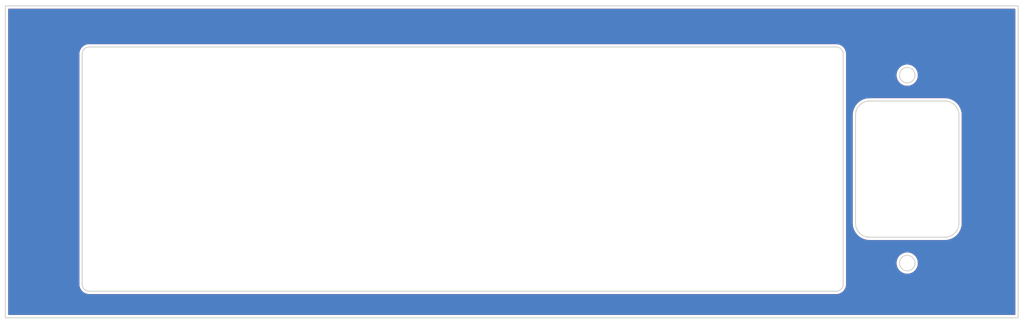
<source format=kicad_pcb>
(kicad_pcb (version 20171130) (host pcbnew 5.1.6)

  (general
    (thickness 1.6)
    (drawings 22)
    (tracks 0)
    (zones 0)
    (modules 0)
    (nets 1)
  )

  (page A4)
  (layers
    (0 F.Cu signal)
    (31 B.Cu signal)
    (32 B.Adhes user)
    (33 F.Adhes user)
    (34 B.Paste user)
    (35 F.Paste user)
    (36 B.SilkS user)
    (37 F.SilkS user)
    (38 B.Mask user)
    (39 F.Mask user)
    (40 Dwgs.User user)
    (41 Cmts.User user)
    (42 Eco1.User user)
    (43 Eco2.User user)
    (44 Edge.Cuts user)
    (45 Margin user)
    (46 B.CrtYd user)
    (47 F.CrtYd user)
    (48 B.Fab user)
    (49 F.Fab user)
  )

  (setup
    (last_trace_width 0.25)
    (trace_clearance 0.2)
    (zone_clearance 0.508)
    (zone_45_only no)
    (trace_min 0.2)
    (via_size 0.8)
    (via_drill 0.4)
    (via_min_size 0.4)
    (via_min_drill 0.3)
    (uvia_size 0.3)
    (uvia_drill 0.1)
    (uvias_allowed no)
    (uvia_min_size 0.2)
    (uvia_min_drill 0.1)
    (edge_width 0.05)
    (segment_width 0.2)
    (pcb_text_width 0.3)
    (pcb_text_size 1.5 1.5)
    (mod_edge_width 0.12)
    (mod_text_size 1 1)
    (mod_text_width 0.15)
    (pad_size 1.524 1.524)
    (pad_drill 0.762)
    (pad_to_mask_clearance 0.05)
    (aux_axis_origin 0 0)
    (visible_elements 7FFFFFFF)
    (pcbplotparams
      (layerselection 0x010f0_ffffffff)
      (usegerberextensions false)
      (usegerberattributes true)
      (usegerberadvancedattributes true)
      (creategerberjobfile true)
      (excludeedgelayer true)
      (linewidth 0.200000)
      (plotframeref false)
      (viasonmask false)
      (mode 1)
      (useauxorigin false)
      (hpglpennumber 1)
      (hpglpenspeed 20)
      (hpglpendiameter 15.000000)
      (psnegative false)
      (psa4output false)
      (plotreference true)
      (plotvalue true)
      (plotinvisibletext false)
      (padsonsilk false)
      (subtractmaskfromsilk false)
      (outputformat 1)
      (mirror false)
      (drillshape 0)
      (scaleselection 1)
      (outputdirectory "output/backplate/"))
  )

  (net 0 "")

  (net_class Default "Dies ist die voreingestellte Netzklasse."
    (clearance 0.2)
    (trace_width 0.25)
    (via_dia 0.8)
    (via_drill 0.4)
    (uvia_dia 0.3)
    (uvia_drill 0.1)
  )

  (gr_line (start 253.74 68.249999) (end 253.74 134.649999) (layer Edge.Cuts) (width 0.2))
  (gr_arc (start 222.12 91.5) (end 222.12 88.5) (angle -90) (layer Edge.Cuts) (width 0.2))
  (gr_line (start 222.12 117.5) (end 238.12 117.5) (layer Edge.Cuts) (width 0.2))
  (gr_arc (start 222.12 114.5) (end 219.12 114.5) (angle -90) (layer Edge.Cuts) (width 0.2))
  (gr_circle (center 230.12 83) (end 231.77 83) (layer Edge.Cuts) (width 0.2))
  (gr_line (start 241.12 114.5) (end 241.12 91.5) (layer Edge.Cuts) (width 0.2))
  (gr_arc (start 238.12 91.5) (end 241.12 91.5) (angle -90) (layer Edge.Cuts) (width 0.2))
  (gr_arc (start 238.12 114.5) (end 238.12 117.5) (angle -90) (layer Edge.Cuts) (width 0.2))
  (gr_line (start 238.12 88.5) (end 222.12 88.5) (layer Edge.Cuts) (width 0.2))
  (gr_circle (center 230.12 123) (end 231.77 123) (layer Edge.Cuts) (width 0.2))
  (gr_line (start 38.14 134.649999) (end 38.14 68.249999) (layer Edge.Cuts) (width 0.2))
  (gr_line (start 219.12 91.5) (end 219.12 114.5) (layer Edge.Cuts) (width 0.2))
  (gr_line (start 38.14 68.249999) (end 253.74 68.249999) (layer Edge.Cuts) (width 0.2))
  (gr_line (start 253.74 134.649999) (end 38.14 134.649999) (layer Edge.Cuts) (width 0.2))
  (gr_arc (start 215 78.5) (end 216.5 78.5) (angle -90) (layer Edge.Cuts) (width 0.2))
  (gr_line (start 216.5 127.5) (end 216.5 78.5) (layer Edge.Cuts) (width 0.2))
  (gr_arc (start 215 127.499999) (end 215 129) (angle -90) (layer Edge.Cuts) (width 0.2))
  (gr_line (start 56 129) (end 215 129) (layer Edge.Cuts) (width 0.2))
  (gr_arc (start 56 127.499999) (end 54.5 127.5) (angle -90) (layer Edge.Cuts) (width 0.2))
  (gr_line (start 54.5 78.5) (end 54.5 127.5) (layer Edge.Cuts) (width 0.2))
  (gr_arc (start 56 78.499999) (end 56 77) (angle -90) (layer Edge.Cuts) (width 0.2))
  (gr_line (start 215 77) (end 56 77) (layer Edge.Cuts) (width 0.2))

  (zone (net 0) (net_name "") (layer F.Cu) (tstamp 5F2154FD) (hatch edge 0.508)
    (connect_pads (clearance 0.508))
    (min_thickness 0.254)
    (fill yes (arc_segments 32) (thermal_gap 0.508) (thermal_bridge_width 0.508))
    (polygon
      (pts
        (xy 255 136) (xy 37 136) (xy 37 67) (xy 255 67)
      )
    )
    (filled_polygon
      (pts
        (xy 253.005001 133.914999) (xy 38.875 133.914999) (xy 38.875 78.463896) (xy 53.765 78.463896) (xy 53.765001 127.536105)
        (xy 53.768127 127.56784) (xy 53.768062 127.577086) (xy 53.769063 127.587299) (xy 53.799663 127.878444) (xy 53.813067 127.943744)
        (xy 53.825542 128.00914) (xy 53.828508 128.018965) (xy 53.915077 128.29862) (xy 53.94089 128.360027) (xy 53.965846 128.421795)
        (xy 53.970664 128.430856) (xy 54.109902 128.688372) (xy 54.147187 128.74365) (xy 54.183631 128.799342) (xy 54.190116 128.807295)
        (xy 54.376722 129.032862) (xy 54.424014 129.079825) (xy 54.470603 129.1274) (xy 54.478504 129.133937) (xy 54.478507 129.13394)
        (xy 54.47851 129.133942) (xy 54.705375 129.318967) (xy 54.760881 129.355845) (xy 54.815825 129.393466) (xy 54.82485 129.398346)
        (xy 54.824855 129.398349) (xy 54.824858 129.39835) (xy 55.083333 129.535784) (xy 55.144939 129.561177) (xy 55.206153 129.587413)
        (xy 55.215956 129.590448) (xy 55.49621 129.675062) (xy 55.5616 129.688009) (xy 55.62672 129.701851) (xy 55.636924 129.702924)
        (xy 55.636926 129.702924) (xy 55.925861 129.731254) (xy 55.963895 129.735) (xy 215.036105 129.735) (xy 215.067849 129.731873)
        (xy 215.077086 129.731938) (xy 215.087299 129.730937) (xy 215.378444 129.700337) (xy 215.443714 129.686939) (xy 215.509137 129.674459)
        (xy 215.518962 129.671493) (xy 215.798619 129.584925) (xy 215.860049 129.559102) (xy 215.921798 129.534154) (xy 215.930859 129.529336)
        (xy 216.188375 129.390097) (xy 216.24363 129.352827) (xy 216.299343 129.316369) (xy 216.307296 129.309884) (xy 216.532863 129.123278)
        (xy 216.579822 129.075991) (xy 216.627399 129.0294) (xy 216.633941 129.021493) (xy 216.818967 128.794629) (xy 216.855836 128.739136)
        (xy 216.893469 128.684175) (xy 216.89835 128.675148) (xy 217.035787 128.416666) (xy 217.061182 128.355053) (xy 217.087415 128.293847)
        (xy 217.09045 128.284044) (xy 217.175064 128.00379) (xy 217.188011 127.9384) (xy 217.201853 127.87328) (xy 217.202926 127.863074)
        (xy 217.231493 127.571722) (xy 217.231493 127.571713) (xy 217.235 127.536105) (xy 217.235 122.764269) (xy 227.726581 122.764269)
        (xy 227.726581 123.235731) (xy 227.818558 123.698135) (xy 227.998979 124.133709) (xy 228.26091 124.525716) (xy 228.594284 124.85909)
        (xy 228.986291 125.121021) (xy 229.421865 125.301442) (xy 229.884269 125.393419) (xy 230.355731 125.393419) (xy 230.818135 125.301442)
        (xy 231.253709 125.121021) (xy 231.645716 124.85909) (xy 231.97909 124.525716) (xy 232.241021 124.133709) (xy 232.421442 123.698135)
        (xy 232.513419 123.235731) (xy 232.513419 122.764269) (xy 232.421442 122.301865) (xy 232.241021 121.866291) (xy 231.97909 121.474284)
        (xy 231.645716 121.14091) (xy 231.253709 120.878979) (xy 230.818135 120.698558) (xy 230.355731 120.606581) (xy 229.884269 120.606581)
        (xy 229.421865 120.698558) (xy 228.986291 120.878979) (xy 228.594284 121.14091) (xy 228.26091 121.474284) (xy 227.998979 121.866291)
        (xy 227.818558 122.301865) (xy 227.726581 122.764269) (xy 217.235 122.764269) (xy 217.235 91.463896) (xy 218.385 91.463896)
        (xy 218.385001 114.536105) (xy 218.388229 114.568875) (xy 218.388098 114.587559) (xy 218.389099 114.597772) (xy 218.4503 115.180062)
        (xy 218.46371 115.245388) (xy 218.476179 115.310756) (xy 218.479143 115.320572) (xy 218.479144 115.320579) (xy 218.479147 115.320585)
        (xy 218.652282 115.879894) (xy 218.678095 115.941301) (xy 218.703051 116.003069) (xy 218.707869 116.01213) (xy 218.986345 116.527162)
        (xy 219.023608 116.582408) (xy 219.060074 116.638133) (xy 219.06656 116.646086) (xy 219.43977 117.097219) (xy 219.48706 117.14418)
        (xy 219.533648 117.191754) (xy 219.541555 117.198296) (xy 219.995283 117.568348) (xy 220.050776 117.605217) (xy 220.105737 117.64285)
        (xy 220.114764 117.647731) (xy 220.631728 117.922605) (xy 220.693367 117.948011) (xy 220.754548 117.974233) (xy 220.764351 117.977268)
        (xy 221.324859 118.146495) (xy 221.390251 118.159443) (xy 221.455367 118.173284) (xy 221.465573 118.174357) (xy 222.048276 118.231492)
        (xy 222.048277 118.231492) (xy 222.083895 118.235) (xy 238.156105 118.235) (xy 238.188884 118.231772) (xy 238.207559 118.231902)
        (xy 238.217772 118.230901) (xy 238.800062 118.1697) (xy 238.865388 118.15629) (xy 238.930756 118.143821) (xy 238.940572 118.140857)
        (xy 238.940579 118.140856) (xy 238.940585 118.140853) (xy 239.499894 117.967718) (xy 239.561301 117.941905) (xy 239.623069 117.916949)
        (xy 239.63213 117.912131) (xy 240.147162 117.633655) (xy 240.202408 117.596392) (xy 240.258133 117.559926) (xy 240.266086 117.55344)
        (xy 240.717219 117.18023) (xy 240.76418 117.13294) (xy 240.811754 117.086352) (xy 240.818296 117.078445) (xy 241.188348 116.624717)
        (xy 241.225217 116.569224) (xy 241.26285 116.514263) (xy 241.267731 116.505236) (xy 241.542605 115.988272) (xy 241.568011 115.926633)
        (xy 241.594233 115.865452) (xy 241.597268 115.855649) (xy 241.766495 115.295141) (xy 241.779443 115.229749) (xy 241.793284 115.164633)
        (xy 241.794357 115.154427) (xy 241.851492 114.571724) (xy 241.851492 114.571723) (xy 241.855 114.536105) (xy 241.855 91.463895)
        (xy 241.851772 91.431116) (xy 241.851902 91.412441) (xy 241.850901 91.402227) (xy 241.7897 90.819938) (xy 241.776294 90.754631)
        (xy 241.763821 90.689245) (xy 241.760857 90.679428) (xy 241.760856 90.679421) (xy 241.760853 90.679415) (xy 241.587718 90.120107)
        (xy 241.561903 90.058696) (xy 241.536949 89.996931) (xy 241.532131 89.98787) (xy 241.253655 89.472838) (xy 241.216392 89.417592)
        (xy 241.179926 89.361867) (xy 241.17344 89.353914) (xy 240.80023 88.902781) (xy 240.752957 88.855837) (xy 240.706352 88.808246)
        (xy 240.698445 88.801704) (xy 240.244717 88.431652) (xy 240.189198 88.394765) (xy 240.134263 88.357151) (xy 240.125236 88.352269)
        (xy 239.608272 88.077395) (xy 239.546633 88.051989) (xy 239.485452 88.025767) (xy 239.475649 88.022732) (xy 238.915141 87.853505)
        (xy 238.849781 87.840563) (xy 238.784633 87.826716) (xy 238.774427 87.825643) (xy 238.191724 87.768508) (xy 238.191723 87.768508)
        (xy 238.156105 87.765) (xy 222.083895 87.765) (xy 222.051116 87.768228) (xy 222.032441 87.768098) (xy 222.022227 87.769099)
        (xy 221.439938 87.8303) (xy 221.374631 87.843706) (xy 221.309245 87.856179) (xy 221.299428 87.859143) (xy 221.299421 87.859144)
        (xy 221.299415 87.859147) (xy 220.740107 88.032282) (xy 220.678696 88.058097) (xy 220.616931 88.083051) (xy 220.60787 88.087869)
        (xy 220.092838 88.366345) (xy 220.037592 88.403608) (xy 219.981867 88.440074) (xy 219.973914 88.44656) (xy 219.522781 88.81977)
        (xy 219.475837 88.867043) (xy 219.428246 88.913648) (xy 219.421704 88.921555) (xy 219.051652 89.375283) (xy 219.014765 89.430802)
        (xy 218.977151 89.485737) (xy 218.972269 89.494764) (xy 218.697395 90.011728) (xy 218.671989 90.073367) (xy 218.645767 90.134548)
        (xy 218.642732 90.144351) (xy 218.473505 90.704859) (xy 218.460563 90.770219) (xy 218.446716 90.835367) (xy 218.445643 90.845573)
        (xy 218.388508 91.428276) (xy 218.385 91.463896) (xy 217.235 91.463896) (xy 217.235 82.764269) (xy 227.726581 82.764269)
        (xy 227.726581 83.235731) (xy 227.818558 83.698135) (xy 227.998979 84.133709) (xy 228.26091 84.525716) (xy 228.594284 84.85909)
        (xy 228.986291 85.121021) (xy 229.421865 85.301442) (xy 229.884269 85.393419) (xy 230.355731 85.393419) (xy 230.818135 85.301442)
        (xy 231.253709 85.121021) (xy 231.645716 84.85909) (xy 231.97909 84.525716) (xy 232.241021 84.133709) (xy 232.421442 83.698135)
        (xy 232.513419 83.235731) (xy 232.513419 82.764269) (xy 232.421442 82.301865) (xy 232.241021 81.866291) (xy 231.97909 81.474284)
        (xy 231.645716 81.14091) (xy 231.253709 80.878979) (xy 230.818135 80.698558) (xy 230.355731 80.606581) (xy 229.884269 80.606581)
        (xy 229.421865 80.698558) (xy 228.986291 80.878979) (xy 228.594284 81.14091) (xy 228.26091 81.474284) (xy 227.998979 81.866291)
        (xy 227.818558 82.301865) (xy 227.726581 82.764269) (xy 217.235 82.764269) (xy 217.235 78.463895) (xy 217.231873 78.432151)
        (xy 217.231938 78.422915) (xy 217.230937 78.412701) (xy 217.200337 78.121556) (xy 217.186927 78.05623) (xy 217.174458 77.990862)
        (xy 217.171493 77.981037) (xy 217.084925 77.701382) (xy 217.059097 77.63994) (xy 217.034154 77.578203) (xy 217.029336 77.569142)
        (xy 216.890097 77.311626) (xy 216.852842 77.256394) (xy 216.816369 77.200658) (xy 216.809884 77.192705) (xy 216.623279 76.967138)
        (xy 216.575972 76.92016) (xy 216.5294 76.872602) (xy 216.521493 76.86606) (xy 216.294629 76.681034) (xy 216.239121 76.644155)
        (xy 216.184176 76.606533) (xy 216.175149 76.601652) (xy 215.916668 76.464215) (xy 215.855088 76.438833) (xy 215.793849 76.412586)
        (xy 215.784045 76.409551) (xy 215.503791 76.324937) (xy 215.438401 76.31199) (xy 215.373281 76.298148) (xy 215.363077 76.297075)
        (xy 215.363075 76.297075) (xy 215.071723 76.268508) (xy 215.036105 76.265) (xy 55.963895 76.265) (xy 55.932151 76.268127)
        (xy 55.922915 76.268062) (xy 55.912701 76.269063) (xy 55.621556 76.299663) (xy 55.55623 76.313073) (xy 55.490862 76.325542)
        (xy 55.481037 76.328507) (xy 55.201382 76.415075) (xy 55.139938 76.440904) (xy 55.078206 76.465845) (xy 55.069148 76.470661)
        (xy 55.069143 76.470663) (xy 55.069139 76.470666) (xy 54.811628 76.609901) (xy 54.756373 76.647171) (xy 54.700656 76.683631)
        (xy 54.692703 76.690117) (xy 54.467138 76.876721) (xy 54.42016 76.924028) (xy 54.372603 76.970599) (xy 54.366061 76.978506)
        (xy 54.181035 77.20537) (xy 54.144148 77.260889) (xy 54.106534 77.315824) (xy 54.101652 77.324851) (xy 53.964215 77.583333)
        (xy 53.938831 77.64492) (xy 53.912587 77.706151) (xy 53.909552 77.715955) (xy 53.824938 77.996209) (xy 53.811991 78.061599)
        (xy 53.798149 78.126719) (xy 53.797076 78.136925) (xy 53.76868 78.426528) (xy 53.765 78.463896) (xy 38.875 78.463896)
        (xy 38.875 68.984999) (xy 253.005 68.984999)
      )
    )
  )
  (zone (net 0) (net_name "") (layer B.Cu) (tstamp 5F2154FA) (hatch edge 0.508)
    (connect_pads (clearance 0.508))
    (min_thickness 0.254)
    (fill yes (arc_segments 32) (thermal_gap 0.508) (thermal_bridge_width 0.508))
    (polygon
      (pts
        (xy 255 136) (xy 37 136) (xy 37 67) (xy 255 67)
      )
    )
    (filled_polygon
      (pts
        (xy 253.005001 133.914999) (xy 38.875 133.914999) (xy 38.875 78.463896) (xy 53.765 78.463896) (xy 53.765001 127.536105)
        (xy 53.768127 127.56784) (xy 53.768062 127.577086) (xy 53.769063 127.587299) (xy 53.799663 127.878444) (xy 53.813067 127.943744)
        (xy 53.825542 128.00914) (xy 53.828508 128.018965) (xy 53.915077 128.29862) (xy 53.94089 128.360027) (xy 53.965846 128.421795)
        (xy 53.970664 128.430856) (xy 54.109902 128.688372) (xy 54.147187 128.74365) (xy 54.183631 128.799342) (xy 54.190116 128.807295)
        (xy 54.376722 129.032862) (xy 54.424014 129.079825) (xy 54.470603 129.1274) (xy 54.478504 129.133937) (xy 54.478507 129.13394)
        (xy 54.47851 129.133942) (xy 54.705375 129.318967) (xy 54.760881 129.355845) (xy 54.815825 129.393466) (xy 54.82485 129.398346)
        (xy 54.824855 129.398349) (xy 54.824858 129.39835) (xy 55.083333 129.535784) (xy 55.144939 129.561177) (xy 55.206153 129.587413)
        (xy 55.215956 129.590448) (xy 55.49621 129.675062) (xy 55.5616 129.688009) (xy 55.62672 129.701851) (xy 55.636924 129.702924)
        (xy 55.636926 129.702924) (xy 55.925861 129.731254) (xy 55.963895 129.735) (xy 215.036105 129.735) (xy 215.067849 129.731873)
        (xy 215.077086 129.731938) (xy 215.087299 129.730937) (xy 215.378444 129.700337) (xy 215.443714 129.686939) (xy 215.509137 129.674459)
        (xy 215.518962 129.671493) (xy 215.798619 129.584925) (xy 215.860049 129.559102) (xy 215.921798 129.534154) (xy 215.930859 129.529336)
        (xy 216.188375 129.390097) (xy 216.24363 129.352827) (xy 216.299343 129.316369) (xy 216.307296 129.309884) (xy 216.532863 129.123278)
        (xy 216.579822 129.075991) (xy 216.627399 129.0294) (xy 216.633941 129.021493) (xy 216.818967 128.794629) (xy 216.855836 128.739136)
        (xy 216.893469 128.684175) (xy 216.89835 128.675148) (xy 217.035787 128.416666) (xy 217.061182 128.355053) (xy 217.087415 128.293847)
        (xy 217.09045 128.284044) (xy 217.175064 128.00379) (xy 217.188011 127.9384) (xy 217.201853 127.87328) (xy 217.202926 127.863074)
        (xy 217.231493 127.571722) (xy 217.231493 127.571713) (xy 217.235 127.536105) (xy 217.235 122.764269) (xy 227.726581 122.764269)
        (xy 227.726581 123.235731) (xy 227.818558 123.698135) (xy 227.998979 124.133709) (xy 228.26091 124.525716) (xy 228.594284 124.85909)
        (xy 228.986291 125.121021) (xy 229.421865 125.301442) (xy 229.884269 125.393419) (xy 230.355731 125.393419) (xy 230.818135 125.301442)
        (xy 231.253709 125.121021) (xy 231.645716 124.85909) (xy 231.97909 124.525716) (xy 232.241021 124.133709) (xy 232.421442 123.698135)
        (xy 232.513419 123.235731) (xy 232.513419 122.764269) (xy 232.421442 122.301865) (xy 232.241021 121.866291) (xy 231.97909 121.474284)
        (xy 231.645716 121.14091) (xy 231.253709 120.878979) (xy 230.818135 120.698558) (xy 230.355731 120.606581) (xy 229.884269 120.606581)
        (xy 229.421865 120.698558) (xy 228.986291 120.878979) (xy 228.594284 121.14091) (xy 228.26091 121.474284) (xy 227.998979 121.866291)
        (xy 227.818558 122.301865) (xy 227.726581 122.764269) (xy 217.235 122.764269) (xy 217.235 91.463896) (xy 218.385 91.463896)
        (xy 218.385001 114.536105) (xy 218.388229 114.568875) (xy 218.388098 114.587559) (xy 218.389099 114.597772) (xy 218.4503 115.180062)
        (xy 218.46371 115.245388) (xy 218.476179 115.310756) (xy 218.479143 115.320572) (xy 218.479144 115.320579) (xy 218.479147 115.320585)
        (xy 218.652282 115.879894) (xy 218.678095 115.941301) (xy 218.703051 116.003069) (xy 218.707869 116.01213) (xy 218.986345 116.527162)
        (xy 219.023608 116.582408) (xy 219.060074 116.638133) (xy 219.06656 116.646086) (xy 219.43977 117.097219) (xy 219.48706 117.14418)
        (xy 219.533648 117.191754) (xy 219.541555 117.198296) (xy 219.995283 117.568348) (xy 220.050776 117.605217) (xy 220.105737 117.64285)
        (xy 220.114764 117.647731) (xy 220.631728 117.922605) (xy 220.693367 117.948011) (xy 220.754548 117.974233) (xy 220.764351 117.977268)
        (xy 221.324859 118.146495) (xy 221.390251 118.159443) (xy 221.455367 118.173284) (xy 221.465573 118.174357) (xy 222.048276 118.231492)
        (xy 222.048277 118.231492) (xy 222.083895 118.235) (xy 238.156105 118.235) (xy 238.188884 118.231772) (xy 238.207559 118.231902)
        (xy 238.217772 118.230901) (xy 238.800062 118.1697) (xy 238.865388 118.15629) (xy 238.930756 118.143821) (xy 238.940572 118.140857)
        (xy 238.940579 118.140856) (xy 238.940585 118.140853) (xy 239.499894 117.967718) (xy 239.561301 117.941905) (xy 239.623069 117.916949)
        (xy 239.63213 117.912131) (xy 240.147162 117.633655) (xy 240.202408 117.596392) (xy 240.258133 117.559926) (xy 240.266086 117.55344)
        (xy 240.717219 117.18023) (xy 240.76418 117.13294) (xy 240.811754 117.086352) (xy 240.818296 117.078445) (xy 241.188348 116.624717)
        (xy 241.225217 116.569224) (xy 241.26285 116.514263) (xy 241.267731 116.505236) (xy 241.542605 115.988272) (xy 241.568011 115.926633)
        (xy 241.594233 115.865452) (xy 241.597268 115.855649) (xy 241.766495 115.295141) (xy 241.779443 115.229749) (xy 241.793284 115.164633)
        (xy 241.794357 115.154427) (xy 241.851492 114.571724) (xy 241.851492 114.571723) (xy 241.855 114.536105) (xy 241.855 91.463895)
        (xy 241.851772 91.431116) (xy 241.851902 91.412441) (xy 241.850901 91.402227) (xy 241.7897 90.819938) (xy 241.776294 90.754631)
        (xy 241.763821 90.689245) (xy 241.760857 90.679428) (xy 241.760856 90.679421) (xy 241.760853 90.679415) (xy 241.587718 90.120107)
        (xy 241.561903 90.058696) (xy 241.536949 89.996931) (xy 241.532131 89.98787) (xy 241.253655 89.472838) (xy 241.216392 89.417592)
        (xy 241.179926 89.361867) (xy 241.17344 89.353914) (xy 240.80023 88.902781) (xy 240.752957 88.855837) (xy 240.706352 88.808246)
        (xy 240.698445 88.801704) (xy 240.244717 88.431652) (xy 240.189198 88.394765) (xy 240.134263 88.357151) (xy 240.125236 88.352269)
        (xy 239.608272 88.077395) (xy 239.546633 88.051989) (xy 239.485452 88.025767) (xy 239.475649 88.022732) (xy 238.915141 87.853505)
        (xy 238.849781 87.840563) (xy 238.784633 87.826716) (xy 238.774427 87.825643) (xy 238.191724 87.768508) (xy 238.191723 87.768508)
        (xy 238.156105 87.765) (xy 222.083895 87.765) (xy 222.051116 87.768228) (xy 222.032441 87.768098) (xy 222.022227 87.769099)
        (xy 221.439938 87.8303) (xy 221.374631 87.843706) (xy 221.309245 87.856179) (xy 221.299428 87.859143) (xy 221.299421 87.859144)
        (xy 221.299415 87.859147) (xy 220.740107 88.032282) (xy 220.678696 88.058097) (xy 220.616931 88.083051) (xy 220.60787 88.087869)
        (xy 220.092838 88.366345) (xy 220.037592 88.403608) (xy 219.981867 88.440074) (xy 219.973914 88.44656) (xy 219.522781 88.81977)
        (xy 219.475837 88.867043) (xy 219.428246 88.913648) (xy 219.421704 88.921555) (xy 219.051652 89.375283) (xy 219.014765 89.430802)
        (xy 218.977151 89.485737) (xy 218.972269 89.494764) (xy 218.697395 90.011728) (xy 218.671989 90.073367) (xy 218.645767 90.134548)
        (xy 218.642732 90.144351) (xy 218.473505 90.704859) (xy 218.460563 90.770219) (xy 218.446716 90.835367) (xy 218.445643 90.845573)
        (xy 218.388508 91.428276) (xy 218.385 91.463896) (xy 217.235 91.463896) (xy 217.235 82.764269) (xy 227.726581 82.764269)
        (xy 227.726581 83.235731) (xy 227.818558 83.698135) (xy 227.998979 84.133709) (xy 228.26091 84.525716) (xy 228.594284 84.85909)
        (xy 228.986291 85.121021) (xy 229.421865 85.301442) (xy 229.884269 85.393419) (xy 230.355731 85.393419) (xy 230.818135 85.301442)
        (xy 231.253709 85.121021) (xy 231.645716 84.85909) (xy 231.97909 84.525716) (xy 232.241021 84.133709) (xy 232.421442 83.698135)
        (xy 232.513419 83.235731) (xy 232.513419 82.764269) (xy 232.421442 82.301865) (xy 232.241021 81.866291) (xy 231.97909 81.474284)
        (xy 231.645716 81.14091) (xy 231.253709 80.878979) (xy 230.818135 80.698558) (xy 230.355731 80.606581) (xy 229.884269 80.606581)
        (xy 229.421865 80.698558) (xy 228.986291 80.878979) (xy 228.594284 81.14091) (xy 228.26091 81.474284) (xy 227.998979 81.866291)
        (xy 227.818558 82.301865) (xy 227.726581 82.764269) (xy 217.235 82.764269) (xy 217.235 78.463895) (xy 217.231873 78.432151)
        (xy 217.231938 78.422915) (xy 217.230937 78.412701) (xy 217.200337 78.121556) (xy 217.186927 78.05623) (xy 217.174458 77.990862)
        (xy 217.171493 77.981037) (xy 217.084925 77.701382) (xy 217.059097 77.63994) (xy 217.034154 77.578203) (xy 217.029336 77.569142)
        (xy 216.890097 77.311626) (xy 216.852842 77.256394) (xy 216.816369 77.200658) (xy 216.809884 77.192705) (xy 216.623279 76.967138)
        (xy 216.575972 76.92016) (xy 216.5294 76.872602) (xy 216.521493 76.86606) (xy 216.294629 76.681034) (xy 216.239121 76.644155)
        (xy 216.184176 76.606533) (xy 216.175149 76.601652) (xy 215.916668 76.464215) (xy 215.855088 76.438833) (xy 215.793849 76.412586)
        (xy 215.784045 76.409551) (xy 215.503791 76.324937) (xy 215.438401 76.31199) (xy 215.373281 76.298148) (xy 215.363077 76.297075)
        (xy 215.363075 76.297075) (xy 215.071723 76.268508) (xy 215.036105 76.265) (xy 55.963895 76.265) (xy 55.932151 76.268127)
        (xy 55.922915 76.268062) (xy 55.912701 76.269063) (xy 55.621556 76.299663) (xy 55.55623 76.313073) (xy 55.490862 76.325542)
        (xy 55.481037 76.328507) (xy 55.201382 76.415075) (xy 55.139938 76.440904) (xy 55.078206 76.465845) (xy 55.069148 76.470661)
        (xy 55.069143 76.470663) (xy 55.069139 76.470666) (xy 54.811628 76.609901) (xy 54.756373 76.647171) (xy 54.700656 76.683631)
        (xy 54.692703 76.690117) (xy 54.467138 76.876721) (xy 54.42016 76.924028) (xy 54.372603 76.970599) (xy 54.366061 76.978506)
        (xy 54.181035 77.20537) (xy 54.144148 77.260889) (xy 54.106534 77.315824) (xy 54.101652 77.324851) (xy 53.964215 77.583333)
        (xy 53.938831 77.64492) (xy 53.912587 77.706151) (xy 53.909552 77.715955) (xy 53.824938 77.996209) (xy 53.811991 78.061599)
        (xy 53.798149 78.126719) (xy 53.797076 78.136925) (xy 53.76868 78.426528) (xy 53.765 78.463896) (xy 38.875 78.463896)
        (xy 38.875 68.984999) (xy 253.005 68.984999)
      )
    )
  )
)

</source>
